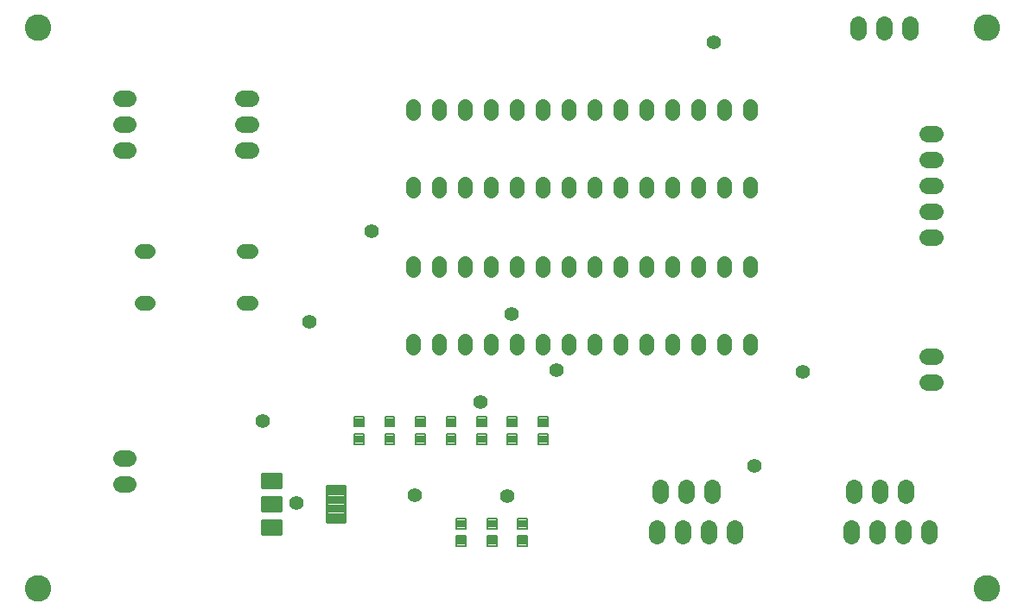
<source format=gbr>
G04 EAGLE Gerber RS-274X export*
G75*
%MOMM*%
%FSLAX34Y34*%
%LPD*%
%INSoldermask Top*%
%IPPOS*%
%AMOC8*
5,1,8,0,0,1.08239X$1,22.5*%
G01*
%ADD10C,2.601600*%
%ADD11C,0.198000*%
%ADD12C,1.422400*%
%ADD13C,1.409600*%
%ADD14C,0.294222*%
%ADD15C,0.256253*%
%ADD16C,1.625600*%
%ADD17C,1.609600*%
%ADD18C,1.409600*%


D10*
X25000Y25000D03*
X25000Y575000D03*
X955000Y575000D03*
X955000Y25000D03*
D11*
X335490Y183490D02*
X335490Y193510D01*
X344510Y193510D01*
X344510Y183490D01*
X335490Y183490D01*
X335490Y185371D02*
X344510Y185371D01*
X344510Y187252D02*
X335490Y187252D01*
X335490Y189133D02*
X344510Y189133D01*
X344510Y191014D02*
X335490Y191014D01*
X335490Y192895D02*
X344510Y192895D01*
X335490Y176510D02*
X335490Y166490D01*
X335490Y176510D02*
X344510Y176510D01*
X344510Y166490D01*
X335490Y166490D01*
X335490Y168371D02*
X344510Y168371D01*
X344510Y170252D02*
X335490Y170252D01*
X335490Y172133D02*
X344510Y172133D01*
X344510Y174014D02*
X335490Y174014D01*
X335490Y175895D02*
X344510Y175895D01*
X365490Y183490D02*
X365490Y193510D01*
X374510Y193510D01*
X374510Y183490D01*
X365490Y183490D01*
X365490Y185371D02*
X374510Y185371D01*
X374510Y187252D02*
X365490Y187252D01*
X365490Y189133D02*
X374510Y189133D01*
X374510Y191014D02*
X365490Y191014D01*
X365490Y192895D02*
X374510Y192895D01*
X365490Y176510D02*
X365490Y166490D01*
X365490Y176510D02*
X374510Y176510D01*
X374510Y166490D01*
X365490Y166490D01*
X365490Y168371D02*
X374510Y168371D01*
X374510Y170252D02*
X365490Y170252D01*
X365490Y172133D02*
X374510Y172133D01*
X374510Y174014D02*
X365490Y174014D01*
X365490Y175895D02*
X374510Y175895D01*
X395490Y183490D02*
X395490Y193510D01*
X404510Y193510D01*
X404510Y183490D01*
X395490Y183490D01*
X395490Y185371D02*
X404510Y185371D01*
X404510Y187252D02*
X395490Y187252D01*
X395490Y189133D02*
X404510Y189133D01*
X404510Y191014D02*
X395490Y191014D01*
X395490Y192895D02*
X404510Y192895D01*
X395490Y176510D02*
X395490Y166490D01*
X395490Y176510D02*
X404510Y176510D01*
X404510Y166490D01*
X395490Y166490D01*
X395490Y168371D02*
X404510Y168371D01*
X404510Y170252D02*
X395490Y170252D01*
X395490Y172133D02*
X404510Y172133D01*
X404510Y174014D02*
X395490Y174014D01*
X395490Y175895D02*
X404510Y175895D01*
X425490Y183490D02*
X425490Y193510D01*
X434510Y193510D01*
X434510Y183490D01*
X425490Y183490D01*
X425490Y185371D02*
X434510Y185371D01*
X434510Y187252D02*
X425490Y187252D01*
X425490Y189133D02*
X434510Y189133D01*
X434510Y191014D02*
X425490Y191014D01*
X425490Y192895D02*
X434510Y192895D01*
X425490Y176510D02*
X425490Y166490D01*
X425490Y176510D02*
X434510Y176510D01*
X434510Y166490D01*
X425490Y166490D01*
X425490Y168371D02*
X434510Y168371D01*
X434510Y170252D02*
X425490Y170252D01*
X425490Y172133D02*
X434510Y172133D01*
X434510Y174014D02*
X425490Y174014D01*
X425490Y175895D02*
X434510Y175895D01*
X455490Y183490D02*
X455490Y193510D01*
X464510Y193510D01*
X464510Y183490D01*
X455490Y183490D01*
X455490Y185371D02*
X464510Y185371D01*
X464510Y187252D02*
X455490Y187252D01*
X455490Y189133D02*
X464510Y189133D01*
X464510Y191014D02*
X455490Y191014D01*
X455490Y192895D02*
X464510Y192895D01*
X455490Y176510D02*
X455490Y166490D01*
X455490Y176510D02*
X464510Y176510D01*
X464510Y166490D01*
X455490Y166490D01*
X455490Y168371D02*
X464510Y168371D01*
X464510Y170252D02*
X455490Y170252D01*
X455490Y172133D02*
X464510Y172133D01*
X464510Y174014D02*
X455490Y174014D01*
X455490Y175895D02*
X464510Y175895D01*
X524510Y176510D02*
X524510Y166490D01*
X515490Y166490D01*
X515490Y176510D01*
X524510Y176510D01*
X524510Y168371D02*
X515490Y168371D01*
X515490Y170252D02*
X524510Y170252D01*
X524510Y172133D02*
X515490Y172133D01*
X515490Y174014D02*
X524510Y174014D01*
X524510Y175895D02*
X515490Y175895D01*
X524510Y183490D02*
X524510Y193510D01*
X524510Y183490D02*
X515490Y183490D01*
X515490Y193510D01*
X524510Y193510D01*
X524510Y185371D02*
X515490Y185371D01*
X515490Y187252D02*
X524510Y187252D01*
X524510Y189133D02*
X515490Y189133D01*
X515490Y191014D02*
X524510Y191014D01*
X524510Y192895D02*
X515490Y192895D01*
D12*
X722600Y491298D02*
X722600Y497902D01*
X697200Y497902D02*
X697200Y491298D01*
X671800Y491298D02*
X671800Y497902D01*
X646400Y497902D02*
X646400Y491298D01*
X621000Y491298D02*
X621000Y497902D01*
X595600Y497902D02*
X595600Y491298D01*
X570200Y491298D02*
X570200Y497902D01*
X544800Y497902D02*
X544800Y491298D01*
X519400Y491298D02*
X519400Y497902D01*
X494000Y497902D02*
X494000Y491298D01*
X468600Y491298D02*
X468600Y497902D01*
X443200Y497902D02*
X443200Y491298D01*
X417800Y491298D02*
X417800Y497902D01*
X392400Y497902D02*
X392400Y491298D01*
X392400Y421702D02*
X392400Y415098D01*
X417800Y415098D02*
X417800Y421702D01*
X443200Y421702D02*
X443200Y415098D01*
X468600Y415098D02*
X468600Y421702D01*
X494000Y421702D02*
X494000Y415098D01*
X519400Y415098D02*
X519400Y421702D01*
X544800Y421702D02*
X544800Y415098D01*
X570200Y415098D02*
X570200Y421702D01*
X595600Y421702D02*
X595600Y415098D01*
X621000Y415098D02*
X621000Y421702D01*
X646400Y421702D02*
X646400Y415098D01*
X671800Y415098D02*
X671800Y421702D01*
X697200Y421702D02*
X697200Y415098D01*
X722600Y415098D02*
X722600Y421702D01*
X722600Y343602D02*
X722600Y336998D01*
X697200Y336998D02*
X697200Y343602D01*
X671800Y343602D02*
X671800Y336998D01*
X646400Y336998D02*
X646400Y343602D01*
X621000Y343602D02*
X621000Y336998D01*
X595600Y336998D02*
X595600Y343602D01*
X570200Y343602D02*
X570200Y336998D01*
X544800Y336998D02*
X544800Y343602D01*
X519400Y343602D02*
X519400Y336998D01*
X494000Y336998D02*
X494000Y343602D01*
X468600Y343602D02*
X468600Y336998D01*
X443200Y336998D02*
X443200Y343602D01*
X417800Y343602D02*
X417800Y336998D01*
X392400Y336998D02*
X392400Y343602D01*
X392400Y267402D02*
X392400Y260798D01*
X417800Y260798D02*
X417800Y267402D01*
X443200Y267402D02*
X443200Y260798D01*
X468600Y260798D02*
X468600Y267402D01*
X494000Y267402D02*
X494000Y260798D01*
X519400Y260798D02*
X519400Y267402D01*
X544800Y267402D02*
X544800Y260798D01*
X570200Y260798D02*
X570200Y267402D01*
X595600Y267402D02*
X595600Y260798D01*
X621000Y260798D02*
X621000Y267402D01*
X646400Y267402D02*
X646400Y260798D01*
X671800Y260798D02*
X671800Y267402D01*
X697200Y267402D02*
X697200Y260798D01*
X722600Y260798D02*
X722600Y267402D01*
D13*
X133270Y304600D02*
X126730Y304600D01*
X126730Y355400D02*
X133270Y355400D01*
D11*
X444510Y76510D02*
X444510Y66490D01*
X435490Y66490D01*
X435490Y76510D01*
X444510Y76510D01*
X444510Y68371D02*
X435490Y68371D01*
X435490Y70252D02*
X444510Y70252D01*
X444510Y72133D02*
X435490Y72133D01*
X435490Y74014D02*
X444510Y74014D01*
X444510Y75895D02*
X435490Y75895D01*
X444510Y83490D02*
X444510Y93510D01*
X444510Y83490D02*
X435490Y83490D01*
X435490Y93510D01*
X444510Y93510D01*
X444510Y85371D02*
X435490Y85371D01*
X435490Y87252D02*
X444510Y87252D01*
X444510Y89133D02*
X435490Y89133D01*
X435490Y91014D02*
X444510Y91014D01*
X444510Y92895D02*
X435490Y92895D01*
X474510Y76510D02*
X474510Y66490D01*
X465490Y66490D01*
X465490Y76510D01*
X474510Y76510D01*
X474510Y68371D02*
X465490Y68371D01*
X465490Y70252D02*
X474510Y70252D01*
X474510Y72133D02*
X465490Y72133D01*
X465490Y74014D02*
X474510Y74014D01*
X474510Y75895D02*
X465490Y75895D01*
X474510Y83490D02*
X474510Y93510D01*
X474510Y83490D02*
X465490Y83490D01*
X465490Y93510D01*
X474510Y93510D01*
X474510Y85371D02*
X465490Y85371D01*
X465490Y87252D02*
X474510Y87252D01*
X474510Y89133D02*
X465490Y89133D01*
X465490Y91014D02*
X474510Y91014D01*
X474510Y92895D02*
X465490Y92895D01*
D14*
X307963Y89463D02*
X307963Y125537D01*
X326037Y125537D01*
X326037Y89463D01*
X307963Y89463D01*
X307963Y92258D02*
X326037Y92258D01*
X326037Y95053D02*
X307963Y95053D01*
X307963Y97848D02*
X326037Y97848D01*
X326037Y100643D02*
X307963Y100643D01*
X307963Y103438D02*
X326037Y103438D01*
X326037Y106233D02*
X307963Y106233D01*
X307963Y109028D02*
X326037Y109028D01*
X326037Y111823D02*
X307963Y111823D01*
X307963Y114618D02*
X326037Y114618D01*
X326037Y117413D02*
X307963Y117413D01*
X307963Y120208D02*
X326037Y120208D01*
X326037Y123003D02*
X307963Y123003D01*
D15*
X263227Y91227D02*
X263227Y77773D01*
X244773Y77773D01*
X244773Y91227D01*
X263227Y91227D01*
X263227Y80208D02*
X244773Y80208D01*
X244773Y82643D02*
X263227Y82643D01*
X263227Y85078D02*
X244773Y85078D01*
X244773Y87513D02*
X263227Y87513D01*
X263227Y89948D02*
X244773Y89948D01*
X263227Y100773D02*
X263227Y114227D01*
X263227Y100773D02*
X244773Y100773D01*
X244773Y114227D01*
X263227Y114227D01*
X263227Y103208D02*
X244773Y103208D01*
X244773Y105643D02*
X263227Y105643D01*
X263227Y108078D02*
X244773Y108078D01*
X244773Y110513D02*
X263227Y110513D01*
X263227Y112948D02*
X244773Y112948D01*
X263227Y123773D02*
X263227Y137227D01*
X263227Y123773D02*
X244773Y123773D01*
X244773Y137227D01*
X263227Y137227D01*
X263227Y126208D02*
X244773Y126208D01*
X244773Y128643D02*
X263227Y128643D01*
X263227Y131078D02*
X244773Y131078D01*
X244773Y133513D02*
X263227Y133513D01*
X263227Y135948D02*
X244773Y135948D01*
D16*
X880000Y571190D02*
X880000Y578810D01*
X854600Y578810D02*
X854600Y571190D01*
X829200Y571190D02*
X829200Y578810D01*
D17*
X113770Y127300D02*
X106230Y127300D01*
X106230Y152700D02*
X113770Y152700D01*
X896230Y369200D02*
X903770Y369200D01*
X903770Y394600D02*
X896230Y394600D01*
X896230Y420000D02*
X903770Y420000D01*
X903770Y445400D02*
X896230Y445400D01*
X896230Y470800D02*
X903770Y470800D01*
X233770Y454600D02*
X226230Y454600D01*
X226230Y480000D02*
X233770Y480000D01*
X233770Y505400D02*
X226230Y505400D01*
X113770Y454600D02*
X106230Y454600D01*
X106230Y480000D02*
X113770Y480000D01*
X113770Y505400D02*
X106230Y505400D01*
X896230Y227300D02*
X903770Y227300D01*
X903770Y252700D02*
X896230Y252700D01*
D11*
X495490Y93510D02*
X495490Y83490D01*
X495490Y93510D02*
X504510Y93510D01*
X504510Y83490D01*
X495490Y83490D01*
X495490Y85371D02*
X504510Y85371D01*
X504510Y87252D02*
X495490Y87252D01*
X495490Y89133D02*
X504510Y89133D01*
X504510Y91014D02*
X495490Y91014D01*
X495490Y92895D02*
X504510Y92895D01*
X495490Y76510D02*
X495490Y66490D01*
X495490Y76510D02*
X504510Y76510D01*
X504510Y66490D01*
X495490Y66490D01*
X495490Y68371D02*
X504510Y68371D01*
X504510Y70252D02*
X495490Y70252D01*
X495490Y72133D02*
X504510Y72133D01*
X504510Y74014D02*
X495490Y74014D01*
X495490Y75895D02*
X504510Y75895D01*
X485490Y183490D02*
X485490Y193510D01*
X494510Y193510D01*
X494510Y183490D01*
X485490Y183490D01*
X485490Y185371D02*
X494510Y185371D01*
X494510Y187252D02*
X485490Y187252D01*
X485490Y189133D02*
X494510Y189133D01*
X494510Y191014D02*
X485490Y191014D01*
X485490Y192895D02*
X494510Y192895D01*
X485490Y176510D02*
X485490Y166490D01*
X485490Y176510D02*
X494510Y176510D01*
X494510Y166490D01*
X485490Y166490D01*
X485490Y168371D02*
X494510Y168371D01*
X494510Y170252D02*
X485490Y170252D01*
X485490Y172133D02*
X494510Y172133D01*
X494510Y174014D02*
X485490Y174014D01*
X485490Y175895D02*
X494510Y175895D01*
D16*
X824600Y123810D02*
X824600Y116190D01*
X850000Y116190D02*
X850000Y123810D01*
X875400Y123810D02*
X875400Y116190D01*
X634600Y116190D02*
X634600Y123810D01*
X660000Y123810D02*
X660000Y116190D01*
X685400Y116190D02*
X685400Y123810D01*
X898100Y83810D02*
X898100Y76190D01*
X872700Y76190D02*
X872700Y83810D01*
X847300Y83810D02*
X847300Y76190D01*
X821900Y76190D02*
X821900Y83810D01*
X708100Y83810D02*
X708100Y76190D01*
X682700Y76190D02*
X682700Y83810D01*
X657300Y83810D02*
X657300Y76190D01*
X631900Y76190D02*
X631900Y83810D01*
D13*
X233270Y304600D02*
X226730Y304600D01*
X226730Y355400D02*
X233270Y355400D01*
D18*
X278892Y108204D03*
X394716Y115824D03*
X458724Y207264D03*
X485180Y115036D03*
X352500Y375000D03*
X245364Y188976D03*
X291152Y286632D03*
X687324Y560832D03*
X489324Y294012D03*
X533400Y239268D03*
X775000Y237500D03*
X727500Y145000D03*
M02*

</source>
